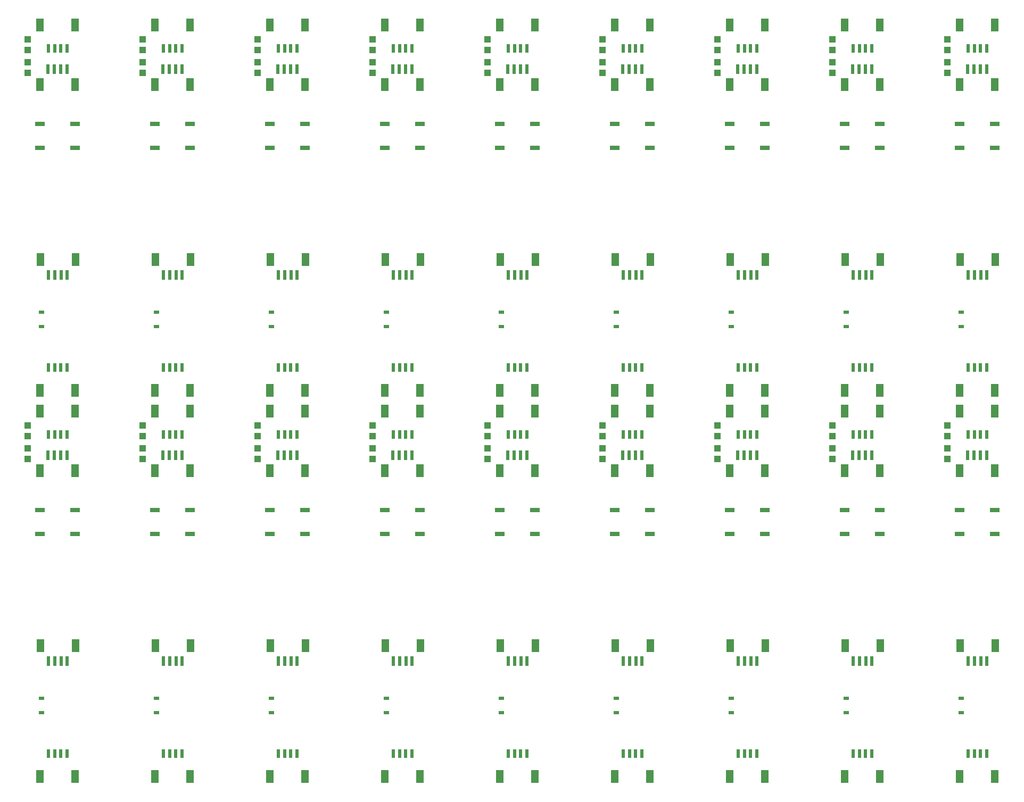
<source format=gtp>
G04 EAGLE Gerber RS-274X export*
G75*
%MOMM*%
%FSLAX34Y34*%
%LPD*%
%INSolderpaste Top*%
%IPPOS*%
%AMOC8*
5,1,8,0,0,1.08239X$1,22.5*%
G01*
%ADD10R,1.200000X2.000000*%
%ADD11R,0.600000X1.350000*%
%ADD12R,0.600000X1.550000*%
%ADD13R,1.000000X1.100000*%
%ADD14R,0.830000X0.630000*%
%ADD15R,1.524000X0.762000*%


D10*
X60900Y14050D03*
X116900Y14050D03*
D11*
X73900Y50800D03*
X83900Y50800D03*
X93900Y50800D03*
X103900Y50800D03*
D10*
X116900Y595550D03*
X60900Y595550D03*
D11*
X103900Y558800D03*
X93900Y558800D03*
X83900Y558800D03*
X73900Y558800D03*
D12*
X103680Y525650D03*
X93680Y525650D03*
X83680Y525650D03*
X73680Y525650D03*
D10*
X116680Y501400D03*
X60680Y501400D03*
D13*
X41148Y536566D03*
X41148Y519566D03*
X40894Y556142D03*
X40894Y573142D03*
D14*
X63500Y138500D03*
X63500Y115500D03*
D15*
X60960Y438150D03*
X116840Y438150D03*
X60960Y400050D03*
X116840Y400050D03*
D12*
X74120Y198250D03*
X84120Y198250D03*
X94120Y198250D03*
X104120Y198250D03*
D10*
X61120Y222500D03*
X117120Y222500D03*
X243780Y14050D03*
X299780Y14050D03*
D11*
X256780Y50800D03*
X266780Y50800D03*
X276780Y50800D03*
X286780Y50800D03*
D10*
X299780Y595550D03*
X243780Y595550D03*
D11*
X286780Y558800D03*
X276780Y558800D03*
X266780Y558800D03*
X256780Y558800D03*
D12*
X286560Y525650D03*
X276560Y525650D03*
X266560Y525650D03*
X256560Y525650D03*
D10*
X299560Y501400D03*
X243560Y501400D03*
D13*
X224028Y536566D03*
X224028Y519566D03*
X223774Y556142D03*
X223774Y573142D03*
D14*
X246380Y138500D03*
X246380Y115500D03*
D15*
X243840Y438150D03*
X299720Y438150D03*
X243840Y400050D03*
X299720Y400050D03*
D12*
X257000Y198250D03*
X267000Y198250D03*
X277000Y198250D03*
X287000Y198250D03*
D10*
X244000Y222500D03*
X300000Y222500D03*
X426660Y14050D03*
X482660Y14050D03*
D11*
X439660Y50800D03*
X449660Y50800D03*
X459660Y50800D03*
X469660Y50800D03*
D10*
X482660Y595550D03*
X426660Y595550D03*
D11*
X469660Y558800D03*
X459660Y558800D03*
X449660Y558800D03*
X439660Y558800D03*
D12*
X469440Y525650D03*
X459440Y525650D03*
X449440Y525650D03*
X439440Y525650D03*
D10*
X482440Y501400D03*
X426440Y501400D03*
D13*
X406908Y536566D03*
X406908Y519566D03*
X406654Y556142D03*
X406654Y573142D03*
D14*
X429260Y138500D03*
X429260Y115500D03*
D15*
X426720Y438150D03*
X482600Y438150D03*
X426720Y400050D03*
X482600Y400050D03*
D12*
X439880Y198250D03*
X449880Y198250D03*
X459880Y198250D03*
X469880Y198250D03*
D10*
X426880Y222500D03*
X482880Y222500D03*
X609540Y14050D03*
X665540Y14050D03*
D11*
X622540Y50800D03*
X632540Y50800D03*
X642540Y50800D03*
X652540Y50800D03*
D10*
X665540Y595550D03*
X609540Y595550D03*
D11*
X652540Y558800D03*
X642540Y558800D03*
X632540Y558800D03*
X622540Y558800D03*
D12*
X652320Y525650D03*
X642320Y525650D03*
X632320Y525650D03*
X622320Y525650D03*
D10*
X665320Y501400D03*
X609320Y501400D03*
D13*
X589788Y536566D03*
X589788Y519566D03*
X589534Y556142D03*
X589534Y573142D03*
D14*
X612140Y138500D03*
X612140Y115500D03*
D15*
X609600Y438150D03*
X665480Y438150D03*
X609600Y400050D03*
X665480Y400050D03*
D12*
X622760Y198250D03*
X632760Y198250D03*
X642760Y198250D03*
X652760Y198250D03*
D10*
X609760Y222500D03*
X665760Y222500D03*
X792420Y14050D03*
X848420Y14050D03*
D11*
X805420Y50800D03*
X815420Y50800D03*
X825420Y50800D03*
X835420Y50800D03*
D10*
X848420Y595550D03*
X792420Y595550D03*
D11*
X835420Y558800D03*
X825420Y558800D03*
X815420Y558800D03*
X805420Y558800D03*
D12*
X835200Y525650D03*
X825200Y525650D03*
X815200Y525650D03*
X805200Y525650D03*
D10*
X848200Y501400D03*
X792200Y501400D03*
D13*
X772668Y536566D03*
X772668Y519566D03*
X772414Y556142D03*
X772414Y573142D03*
D14*
X795020Y138500D03*
X795020Y115500D03*
D15*
X792480Y438150D03*
X848360Y438150D03*
X792480Y400050D03*
X848360Y400050D03*
D12*
X805640Y198250D03*
X815640Y198250D03*
X825640Y198250D03*
X835640Y198250D03*
D10*
X792640Y222500D03*
X848640Y222500D03*
X975300Y14050D03*
X1031300Y14050D03*
D11*
X988300Y50800D03*
X998300Y50800D03*
X1008300Y50800D03*
X1018300Y50800D03*
D10*
X1031300Y595550D03*
X975300Y595550D03*
D11*
X1018300Y558800D03*
X1008300Y558800D03*
X998300Y558800D03*
X988300Y558800D03*
D12*
X1018080Y525650D03*
X1008080Y525650D03*
X998080Y525650D03*
X988080Y525650D03*
D10*
X1031080Y501400D03*
X975080Y501400D03*
D13*
X955548Y536566D03*
X955548Y519566D03*
X955294Y556142D03*
X955294Y573142D03*
D14*
X977900Y138500D03*
X977900Y115500D03*
D15*
X975360Y438150D03*
X1031240Y438150D03*
X975360Y400050D03*
X1031240Y400050D03*
D12*
X988520Y198250D03*
X998520Y198250D03*
X1008520Y198250D03*
X1018520Y198250D03*
D10*
X975520Y222500D03*
X1031520Y222500D03*
X1158180Y14050D03*
X1214180Y14050D03*
D11*
X1171180Y50800D03*
X1181180Y50800D03*
X1191180Y50800D03*
X1201180Y50800D03*
D10*
X1214180Y595550D03*
X1158180Y595550D03*
D11*
X1201180Y558800D03*
X1191180Y558800D03*
X1181180Y558800D03*
X1171180Y558800D03*
D12*
X1200960Y525650D03*
X1190960Y525650D03*
X1180960Y525650D03*
X1170960Y525650D03*
D10*
X1213960Y501400D03*
X1157960Y501400D03*
D13*
X1138428Y536566D03*
X1138428Y519566D03*
X1138174Y556142D03*
X1138174Y573142D03*
D14*
X1160780Y138500D03*
X1160780Y115500D03*
D15*
X1158240Y438150D03*
X1214120Y438150D03*
X1158240Y400050D03*
X1214120Y400050D03*
D12*
X1171400Y198250D03*
X1181400Y198250D03*
X1191400Y198250D03*
X1201400Y198250D03*
D10*
X1158400Y222500D03*
X1214400Y222500D03*
X1341060Y14050D03*
X1397060Y14050D03*
D11*
X1354060Y50800D03*
X1364060Y50800D03*
X1374060Y50800D03*
X1384060Y50800D03*
D10*
X1397060Y595550D03*
X1341060Y595550D03*
D11*
X1384060Y558800D03*
X1374060Y558800D03*
X1364060Y558800D03*
X1354060Y558800D03*
D12*
X1383840Y525650D03*
X1373840Y525650D03*
X1363840Y525650D03*
X1353840Y525650D03*
D10*
X1396840Y501400D03*
X1340840Y501400D03*
D13*
X1321308Y536566D03*
X1321308Y519566D03*
X1321054Y556142D03*
X1321054Y573142D03*
D14*
X1343660Y138500D03*
X1343660Y115500D03*
D15*
X1341120Y438150D03*
X1397000Y438150D03*
X1341120Y400050D03*
X1397000Y400050D03*
D12*
X1354280Y198250D03*
X1364280Y198250D03*
X1374280Y198250D03*
X1384280Y198250D03*
D10*
X1341280Y222500D03*
X1397280Y222500D03*
X1523940Y14050D03*
X1579940Y14050D03*
D11*
X1536940Y50800D03*
X1546940Y50800D03*
X1556940Y50800D03*
X1566940Y50800D03*
D10*
X1579940Y595550D03*
X1523940Y595550D03*
D11*
X1566940Y558800D03*
X1556940Y558800D03*
X1546940Y558800D03*
X1536940Y558800D03*
D12*
X1566720Y525650D03*
X1556720Y525650D03*
X1546720Y525650D03*
X1536720Y525650D03*
D10*
X1579720Y501400D03*
X1523720Y501400D03*
D13*
X1504188Y536566D03*
X1504188Y519566D03*
X1503934Y556142D03*
X1503934Y573142D03*
D14*
X1526540Y138500D03*
X1526540Y115500D03*
D15*
X1524000Y438150D03*
X1579880Y438150D03*
X1524000Y400050D03*
X1579880Y400050D03*
D12*
X1537160Y198250D03*
X1547160Y198250D03*
X1557160Y198250D03*
X1567160Y198250D03*
D10*
X1524160Y222500D03*
X1580160Y222500D03*
X60900Y628730D03*
X116900Y628730D03*
D11*
X73900Y665480D03*
X83900Y665480D03*
X93900Y665480D03*
X103900Y665480D03*
D10*
X116900Y1210230D03*
X60900Y1210230D03*
D11*
X103900Y1173480D03*
X93900Y1173480D03*
X83900Y1173480D03*
X73900Y1173480D03*
D12*
X103680Y1140330D03*
X93680Y1140330D03*
X83680Y1140330D03*
X73680Y1140330D03*
D10*
X116680Y1116080D03*
X60680Y1116080D03*
D13*
X41148Y1151246D03*
X41148Y1134246D03*
X40894Y1170822D03*
X40894Y1187822D03*
D14*
X63500Y753180D03*
X63500Y730180D03*
D15*
X60960Y1052830D03*
X116840Y1052830D03*
X60960Y1014730D03*
X116840Y1014730D03*
D12*
X74120Y812930D03*
X84120Y812930D03*
X94120Y812930D03*
X104120Y812930D03*
D10*
X61120Y837180D03*
X117120Y837180D03*
X243780Y628730D03*
X299780Y628730D03*
D11*
X256780Y665480D03*
X266780Y665480D03*
X276780Y665480D03*
X286780Y665480D03*
D10*
X299780Y1210230D03*
X243780Y1210230D03*
D11*
X286780Y1173480D03*
X276780Y1173480D03*
X266780Y1173480D03*
X256780Y1173480D03*
D12*
X286560Y1140330D03*
X276560Y1140330D03*
X266560Y1140330D03*
X256560Y1140330D03*
D10*
X299560Y1116080D03*
X243560Y1116080D03*
D13*
X224028Y1151246D03*
X224028Y1134246D03*
X223774Y1170822D03*
X223774Y1187822D03*
D14*
X246380Y753180D03*
X246380Y730180D03*
D15*
X243840Y1052830D03*
X299720Y1052830D03*
X243840Y1014730D03*
X299720Y1014730D03*
D12*
X257000Y812930D03*
X267000Y812930D03*
X277000Y812930D03*
X287000Y812930D03*
D10*
X244000Y837180D03*
X300000Y837180D03*
X426660Y628730D03*
X482660Y628730D03*
D11*
X439660Y665480D03*
X449660Y665480D03*
X459660Y665480D03*
X469660Y665480D03*
D10*
X482660Y1210230D03*
X426660Y1210230D03*
D11*
X469660Y1173480D03*
X459660Y1173480D03*
X449660Y1173480D03*
X439660Y1173480D03*
D12*
X469440Y1140330D03*
X459440Y1140330D03*
X449440Y1140330D03*
X439440Y1140330D03*
D10*
X482440Y1116080D03*
X426440Y1116080D03*
D13*
X406908Y1151246D03*
X406908Y1134246D03*
X406654Y1170822D03*
X406654Y1187822D03*
D14*
X429260Y753180D03*
X429260Y730180D03*
D15*
X426720Y1052830D03*
X482600Y1052830D03*
X426720Y1014730D03*
X482600Y1014730D03*
D12*
X439880Y812930D03*
X449880Y812930D03*
X459880Y812930D03*
X469880Y812930D03*
D10*
X426880Y837180D03*
X482880Y837180D03*
X609540Y628730D03*
X665540Y628730D03*
D11*
X622540Y665480D03*
X632540Y665480D03*
X642540Y665480D03*
X652540Y665480D03*
D10*
X665540Y1210230D03*
X609540Y1210230D03*
D11*
X652540Y1173480D03*
X642540Y1173480D03*
X632540Y1173480D03*
X622540Y1173480D03*
D12*
X652320Y1140330D03*
X642320Y1140330D03*
X632320Y1140330D03*
X622320Y1140330D03*
D10*
X665320Y1116080D03*
X609320Y1116080D03*
D13*
X589788Y1151246D03*
X589788Y1134246D03*
X589534Y1170822D03*
X589534Y1187822D03*
D14*
X612140Y753180D03*
X612140Y730180D03*
D15*
X609600Y1052830D03*
X665480Y1052830D03*
X609600Y1014730D03*
X665480Y1014730D03*
D12*
X622760Y812930D03*
X632760Y812930D03*
X642760Y812930D03*
X652760Y812930D03*
D10*
X609760Y837180D03*
X665760Y837180D03*
X792420Y628730D03*
X848420Y628730D03*
D11*
X805420Y665480D03*
X815420Y665480D03*
X825420Y665480D03*
X835420Y665480D03*
D10*
X848420Y1210230D03*
X792420Y1210230D03*
D11*
X835420Y1173480D03*
X825420Y1173480D03*
X815420Y1173480D03*
X805420Y1173480D03*
D12*
X835200Y1140330D03*
X825200Y1140330D03*
X815200Y1140330D03*
X805200Y1140330D03*
D10*
X848200Y1116080D03*
X792200Y1116080D03*
D13*
X772668Y1151246D03*
X772668Y1134246D03*
X772414Y1170822D03*
X772414Y1187822D03*
D14*
X795020Y753180D03*
X795020Y730180D03*
D15*
X792480Y1052830D03*
X848360Y1052830D03*
X792480Y1014730D03*
X848360Y1014730D03*
D12*
X805640Y812930D03*
X815640Y812930D03*
X825640Y812930D03*
X835640Y812930D03*
D10*
X792640Y837180D03*
X848640Y837180D03*
X975300Y628730D03*
X1031300Y628730D03*
D11*
X988300Y665480D03*
X998300Y665480D03*
X1008300Y665480D03*
X1018300Y665480D03*
D10*
X1031300Y1210230D03*
X975300Y1210230D03*
D11*
X1018300Y1173480D03*
X1008300Y1173480D03*
X998300Y1173480D03*
X988300Y1173480D03*
D12*
X1018080Y1140330D03*
X1008080Y1140330D03*
X998080Y1140330D03*
X988080Y1140330D03*
D10*
X1031080Y1116080D03*
X975080Y1116080D03*
D13*
X955548Y1151246D03*
X955548Y1134246D03*
X955294Y1170822D03*
X955294Y1187822D03*
D14*
X977900Y753180D03*
X977900Y730180D03*
D15*
X975360Y1052830D03*
X1031240Y1052830D03*
X975360Y1014730D03*
X1031240Y1014730D03*
D12*
X988520Y812930D03*
X998520Y812930D03*
X1008520Y812930D03*
X1018520Y812930D03*
D10*
X975520Y837180D03*
X1031520Y837180D03*
X1158180Y628730D03*
X1214180Y628730D03*
D11*
X1171180Y665480D03*
X1181180Y665480D03*
X1191180Y665480D03*
X1201180Y665480D03*
D10*
X1214180Y1210230D03*
X1158180Y1210230D03*
D11*
X1201180Y1173480D03*
X1191180Y1173480D03*
X1181180Y1173480D03*
X1171180Y1173480D03*
D12*
X1200960Y1140330D03*
X1190960Y1140330D03*
X1180960Y1140330D03*
X1170960Y1140330D03*
D10*
X1213960Y1116080D03*
X1157960Y1116080D03*
D13*
X1138428Y1151246D03*
X1138428Y1134246D03*
X1138174Y1170822D03*
X1138174Y1187822D03*
D14*
X1160780Y753180D03*
X1160780Y730180D03*
D15*
X1158240Y1052830D03*
X1214120Y1052830D03*
X1158240Y1014730D03*
X1214120Y1014730D03*
D12*
X1171400Y812930D03*
X1181400Y812930D03*
X1191400Y812930D03*
X1201400Y812930D03*
D10*
X1158400Y837180D03*
X1214400Y837180D03*
X1341060Y628730D03*
X1397060Y628730D03*
D11*
X1354060Y665480D03*
X1364060Y665480D03*
X1374060Y665480D03*
X1384060Y665480D03*
D10*
X1397060Y1210230D03*
X1341060Y1210230D03*
D11*
X1384060Y1173480D03*
X1374060Y1173480D03*
X1364060Y1173480D03*
X1354060Y1173480D03*
D12*
X1383840Y1140330D03*
X1373840Y1140330D03*
X1363840Y1140330D03*
X1353840Y1140330D03*
D10*
X1396840Y1116080D03*
X1340840Y1116080D03*
D13*
X1321308Y1151246D03*
X1321308Y1134246D03*
X1321054Y1170822D03*
X1321054Y1187822D03*
D14*
X1343660Y753180D03*
X1343660Y730180D03*
D15*
X1341120Y1052830D03*
X1397000Y1052830D03*
X1341120Y1014730D03*
X1397000Y1014730D03*
D12*
X1354280Y812930D03*
X1364280Y812930D03*
X1374280Y812930D03*
X1384280Y812930D03*
D10*
X1341280Y837180D03*
X1397280Y837180D03*
X1523940Y628730D03*
X1579940Y628730D03*
D11*
X1536940Y665480D03*
X1546940Y665480D03*
X1556940Y665480D03*
X1566940Y665480D03*
D10*
X1579940Y1210230D03*
X1523940Y1210230D03*
D11*
X1566940Y1173480D03*
X1556940Y1173480D03*
X1546940Y1173480D03*
X1536940Y1173480D03*
D12*
X1566720Y1140330D03*
X1556720Y1140330D03*
X1546720Y1140330D03*
X1536720Y1140330D03*
D10*
X1579720Y1116080D03*
X1523720Y1116080D03*
D13*
X1504188Y1151246D03*
X1504188Y1134246D03*
X1503934Y1170822D03*
X1503934Y1187822D03*
D14*
X1526540Y753180D03*
X1526540Y730180D03*
D15*
X1524000Y1052830D03*
X1579880Y1052830D03*
X1524000Y1014730D03*
X1579880Y1014730D03*
D12*
X1537160Y812930D03*
X1547160Y812930D03*
X1557160Y812930D03*
X1567160Y812930D03*
D10*
X1524160Y837180D03*
X1580160Y837180D03*
M02*

</source>
